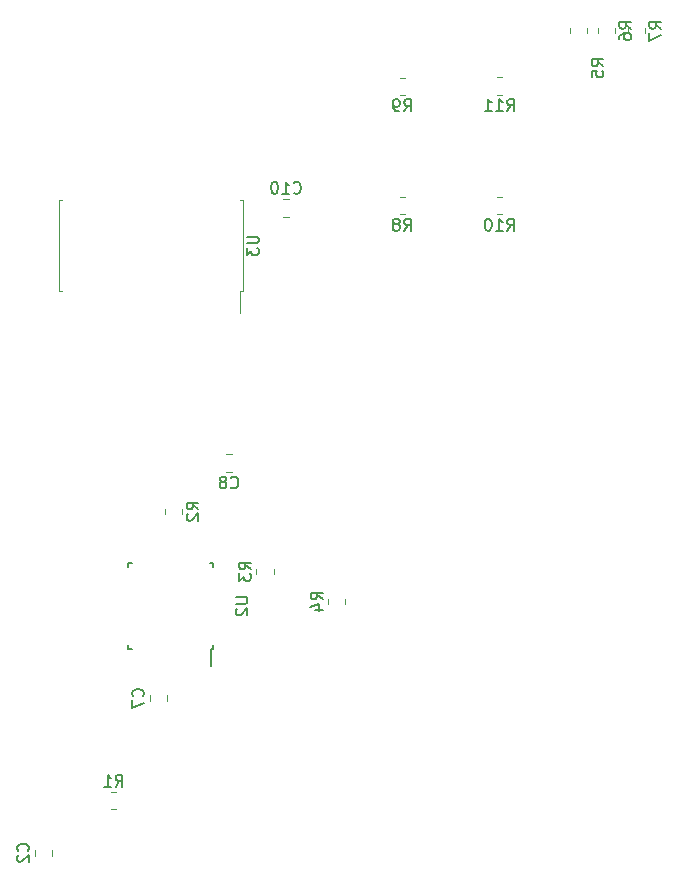
<source format=gbr>
%TF.GenerationSoftware,KiCad,Pcbnew,(6.0.7)*%
%TF.CreationDate,2022-08-22T18:42:59+08:00*%
%TF.ProjectId,TurnsCounter,5475726e-7343-46f7-956e-7465722e6b69,rev?*%
%TF.SameCoordinates,PX8d707f0PY7735940*%
%TF.FileFunction,Legend,Bot*%
%TF.FilePolarity,Positive*%
%FSLAX46Y46*%
G04 Gerber Fmt 4.6, Leading zero omitted, Abs format (unit mm)*
G04 Created by KiCad (PCBNEW (6.0.7)) date 2022-08-22 18:42:59*
%MOMM*%
%LPD*%
G01*
G04 APERTURE LIST*
%ADD10C,0.150000*%
%ADD11C,0.120000*%
G04 APERTURE END LIST*
D10*
%TO.C,R5*%
X61157380Y69166667D02*
X60681190Y69500000D01*
X61157380Y69738096D02*
X60157380Y69738096D01*
X60157380Y69357143D01*
X60205000Y69261905D01*
X60252619Y69214286D01*
X60347857Y69166667D01*
X60490714Y69166667D01*
X60585952Y69214286D01*
X60633571Y69261905D01*
X60681190Y69357143D01*
X60681190Y69738096D01*
X60157380Y68261905D02*
X60157380Y68738096D01*
X60633571Y68785715D01*
X60585952Y68738096D01*
X60538333Y68642858D01*
X60538333Y68404762D01*
X60585952Y68309524D01*
X60633571Y68261905D01*
X60728809Y68214286D01*
X60966904Y68214286D01*
X61062142Y68261905D01*
X61109761Y68309524D01*
X61157380Y68404762D01*
X61157380Y68642858D01*
X61109761Y68738096D01*
X61062142Y68785715D01*
%TO.C,R3*%
X31314380Y26566667D02*
X30838190Y26900000D01*
X31314380Y27138096D02*
X30314380Y27138096D01*
X30314380Y26757143D01*
X30362000Y26661905D01*
X30409619Y26614286D01*
X30504857Y26566667D01*
X30647714Y26566667D01*
X30742952Y26614286D01*
X30790571Y26661905D01*
X30838190Y26757143D01*
X30838190Y27138096D01*
X30314380Y26233334D02*
X30314380Y25614286D01*
X30695333Y25947620D01*
X30695333Y25804762D01*
X30742952Y25709524D01*
X30790571Y25661905D01*
X30885809Y25614286D01*
X31123904Y25614286D01*
X31219142Y25661905D01*
X31266761Y25709524D01*
X31314380Y25804762D01*
X31314380Y26090477D01*
X31266761Y26185715D01*
X31219142Y26233334D01*
%TO.C,R9*%
X44291666Y65357620D02*
X44625000Y65833810D01*
X44863095Y65357620D02*
X44863095Y66357620D01*
X44482142Y66357620D01*
X44386904Y66310000D01*
X44339285Y66262381D01*
X44291666Y66167143D01*
X44291666Y66024286D01*
X44339285Y65929048D01*
X44386904Y65881429D01*
X44482142Y65833810D01*
X44863095Y65833810D01*
X43815476Y65357620D02*
X43625000Y65357620D01*
X43529761Y65405239D01*
X43482142Y65452858D01*
X43386904Y65595715D01*
X43339285Y65786191D01*
X43339285Y66167143D01*
X43386904Y66262381D01*
X43434523Y66310000D01*
X43529761Y66357620D01*
X43720238Y66357620D01*
X43815476Y66310000D01*
X43863095Y66262381D01*
X43910714Y66167143D01*
X43910714Y65929048D01*
X43863095Y65833810D01*
X43815476Y65786191D01*
X43720238Y65738572D01*
X43529761Y65738572D01*
X43434523Y65786191D01*
X43386904Y65833810D01*
X43339285Y65929048D01*
%TO.C,R7*%
X66054380Y72341667D02*
X65578190Y72675000D01*
X66054380Y72913096D02*
X65054380Y72913096D01*
X65054380Y72532143D01*
X65102000Y72436905D01*
X65149619Y72389286D01*
X65244857Y72341667D01*
X65387714Y72341667D01*
X65482952Y72389286D01*
X65530571Y72436905D01*
X65578190Y72532143D01*
X65578190Y72913096D01*
X65054380Y72008334D02*
X65054380Y71341667D01*
X66054380Y71770239D01*
%TO.C,R10*%
X53022857Y55247620D02*
X53356190Y55723810D01*
X53594285Y55247620D02*
X53594285Y56247620D01*
X53213333Y56247620D01*
X53118095Y56200000D01*
X53070476Y56152381D01*
X53022857Y56057143D01*
X53022857Y55914286D01*
X53070476Y55819048D01*
X53118095Y55771429D01*
X53213333Y55723810D01*
X53594285Y55723810D01*
X52070476Y55247620D02*
X52641904Y55247620D01*
X52356190Y55247620D02*
X52356190Y56247620D01*
X52451428Y56104762D01*
X52546666Y56009524D01*
X52641904Y55961905D01*
X51451428Y56247620D02*
X51356190Y56247620D01*
X51260952Y56200000D01*
X51213333Y56152381D01*
X51165714Y56057143D01*
X51118095Y55866667D01*
X51118095Y55628572D01*
X51165714Y55438096D01*
X51213333Y55342858D01*
X51260952Y55295239D01*
X51356190Y55247620D01*
X51451428Y55247620D01*
X51546666Y55295239D01*
X51594285Y55342858D01*
X51641904Y55438096D01*
X51689523Y55628572D01*
X51689523Y55866667D01*
X51641904Y56057143D01*
X51594285Y56152381D01*
X51546666Y56200000D01*
X51451428Y56247620D01*
%TO.C,R4*%
X37384380Y24026667D02*
X36908190Y24360000D01*
X37384380Y24598096D02*
X36384380Y24598096D01*
X36384380Y24217143D01*
X36432000Y24121905D01*
X36479619Y24074286D01*
X36574857Y24026667D01*
X36717714Y24026667D01*
X36812952Y24074286D01*
X36860571Y24121905D01*
X36908190Y24217143D01*
X36908190Y24598096D01*
X36717714Y23169524D02*
X37384380Y23169524D01*
X36336761Y23407620D02*
X37051047Y23645715D01*
X37051047Y23026667D01*
%TO.C,R6*%
X63514380Y72341667D02*
X63038190Y72675000D01*
X63514380Y72913096D02*
X62514380Y72913096D01*
X62514380Y72532143D01*
X62562000Y72436905D01*
X62609619Y72389286D01*
X62704857Y72341667D01*
X62847714Y72341667D01*
X62942952Y72389286D01*
X62990571Y72436905D01*
X63038190Y72532143D01*
X63038190Y72913096D01*
X62514380Y71484524D02*
X62514380Y71675000D01*
X62562000Y71770239D01*
X62609619Y71817858D01*
X62752476Y71913096D01*
X62942952Y71960715D01*
X63323904Y71960715D01*
X63419142Y71913096D01*
X63466761Y71865477D01*
X63514380Y71770239D01*
X63514380Y71579762D01*
X63466761Y71484524D01*
X63419142Y71436905D01*
X63323904Y71389286D01*
X63085809Y71389286D01*
X62990571Y71436905D01*
X62942952Y71484524D01*
X62895333Y71579762D01*
X62895333Y71770239D01*
X62942952Y71865477D01*
X62990571Y71913096D01*
X63085809Y71960715D01*
%TO.C,U2*%
X30014880Y24237017D02*
X30824404Y24237017D01*
X30919642Y24189398D01*
X30967261Y24141779D01*
X31014880Y24046541D01*
X31014880Y23856065D01*
X30967261Y23760827D01*
X30919642Y23713208D01*
X30824404Y23665589D01*
X30014880Y23665589D01*
X30110119Y23237017D02*
X30062500Y23189398D01*
X30014880Y23094160D01*
X30014880Y22856065D01*
X30062500Y22760827D01*
X30110119Y22713208D01*
X30205357Y22665589D01*
X30300595Y22665589D01*
X30443452Y22713208D01*
X31014880Y23284636D01*
X31014880Y22665589D01*
%TO.C,R1*%
X19851666Y8182620D02*
X20185000Y8658810D01*
X20423095Y8182620D02*
X20423095Y9182620D01*
X20042142Y9182620D01*
X19946904Y9135000D01*
X19899285Y9087381D01*
X19851666Y8992143D01*
X19851666Y8849286D01*
X19899285Y8754048D01*
X19946904Y8706429D01*
X20042142Y8658810D01*
X20423095Y8658810D01*
X18899285Y8182620D02*
X19470714Y8182620D01*
X19185000Y8182620D02*
X19185000Y9182620D01*
X19280238Y9039762D01*
X19375476Y8944524D01*
X19470714Y8896905D01*
%TO.C,C7*%
X22172142Y15809167D02*
X22219761Y15856786D01*
X22267380Y15999643D01*
X22267380Y16094881D01*
X22219761Y16237739D01*
X22124523Y16332977D01*
X22029285Y16380596D01*
X21838809Y16428215D01*
X21695952Y16428215D01*
X21505476Y16380596D01*
X21410238Y16332977D01*
X21315000Y16237739D01*
X21267380Y16094881D01*
X21267380Y15999643D01*
X21315000Y15856786D01*
X21362619Y15809167D01*
X21267380Y15475834D02*
X21267380Y14809167D01*
X22267380Y15237739D01*
%TO.C,U3*%
X30962380Y54736905D02*
X31771904Y54736905D01*
X31867142Y54689286D01*
X31914761Y54641667D01*
X31962380Y54546429D01*
X31962380Y54355953D01*
X31914761Y54260715D01*
X31867142Y54213096D01*
X31771904Y54165477D01*
X30962380Y54165477D01*
X30962380Y53784524D02*
X30962380Y53165477D01*
X31343333Y53498810D01*
X31343333Y53355953D01*
X31390952Y53260715D01*
X31438571Y53213096D01*
X31533809Y53165477D01*
X31771904Y53165477D01*
X31867142Y53213096D01*
X31914761Y53260715D01*
X31962380Y53355953D01*
X31962380Y53641667D01*
X31914761Y53736905D01*
X31867142Y53784524D01*
%TO.C,R11*%
X53022857Y65386620D02*
X53356190Y65862810D01*
X53594285Y65386620D02*
X53594285Y66386620D01*
X53213333Y66386620D01*
X53118095Y66339000D01*
X53070476Y66291381D01*
X53022857Y66196143D01*
X53022857Y66053286D01*
X53070476Y65958048D01*
X53118095Y65910429D01*
X53213333Y65862810D01*
X53594285Y65862810D01*
X52070476Y65386620D02*
X52641904Y65386620D01*
X52356190Y65386620D02*
X52356190Y66386620D01*
X52451428Y66243762D01*
X52546666Y66148524D01*
X52641904Y66100905D01*
X51118095Y65386620D02*
X51689523Y65386620D01*
X51403809Y65386620D02*
X51403809Y66386620D01*
X51499047Y66243762D01*
X51594285Y66148524D01*
X51689523Y66100905D01*
%TO.C,R8*%
X44291666Y55247620D02*
X44625000Y55723810D01*
X44863095Y55247620D02*
X44863095Y56247620D01*
X44482142Y56247620D01*
X44386904Y56200000D01*
X44339285Y56152381D01*
X44291666Y56057143D01*
X44291666Y55914286D01*
X44339285Y55819048D01*
X44386904Y55771429D01*
X44482142Y55723810D01*
X44863095Y55723810D01*
X43720238Y55819048D02*
X43815476Y55866667D01*
X43863095Y55914286D01*
X43910714Y56009524D01*
X43910714Y56057143D01*
X43863095Y56152381D01*
X43815476Y56200000D01*
X43720238Y56247620D01*
X43529761Y56247620D01*
X43434523Y56200000D01*
X43386904Y56152381D01*
X43339285Y56057143D01*
X43339285Y56009524D01*
X43386904Y55914286D01*
X43434523Y55866667D01*
X43529761Y55819048D01*
X43720238Y55819048D01*
X43815476Y55771429D01*
X43863095Y55723810D01*
X43910714Y55628572D01*
X43910714Y55438096D01*
X43863095Y55342858D01*
X43815476Y55295239D01*
X43720238Y55247620D01*
X43529761Y55247620D01*
X43434523Y55295239D01*
X43386904Y55342858D01*
X43339285Y55438096D01*
X43339285Y55628572D01*
X43386904Y55723810D01*
X43434523Y55771429D01*
X43529761Y55819048D01*
%TO.C,R2*%
X26867380Y31646667D02*
X26391190Y31980000D01*
X26867380Y32218096D02*
X25867380Y32218096D01*
X25867380Y31837143D01*
X25915000Y31741905D01*
X25962619Y31694286D01*
X26057857Y31646667D01*
X26200714Y31646667D01*
X26295952Y31694286D01*
X26343571Y31741905D01*
X26391190Y31837143D01*
X26391190Y32218096D01*
X25962619Y31265715D02*
X25915000Y31218096D01*
X25867380Y31122858D01*
X25867380Y30884762D01*
X25915000Y30789524D01*
X25962619Y30741905D01*
X26057857Y30694286D01*
X26153095Y30694286D01*
X26295952Y30741905D01*
X26867380Y31313334D01*
X26867380Y30694286D01*
%TO.C,C2*%
X12419142Y2738667D02*
X12466761Y2786286D01*
X12514380Y2929143D01*
X12514380Y3024381D01*
X12466761Y3167239D01*
X12371523Y3262477D01*
X12276285Y3310096D01*
X12085809Y3357715D01*
X11942952Y3357715D01*
X11752476Y3310096D01*
X11657238Y3262477D01*
X11562000Y3167239D01*
X11514380Y3024381D01*
X11514380Y2929143D01*
X11562000Y2786286D01*
X11609619Y2738667D01*
X11609619Y2357715D02*
X11562000Y2310096D01*
X11514380Y2214858D01*
X11514380Y1976762D01*
X11562000Y1881524D01*
X11609619Y1833905D01*
X11704857Y1786286D01*
X11800095Y1786286D01*
X11942952Y1833905D01*
X12514380Y2405334D01*
X12514380Y1786286D01*
%TO.C,C8*%
X29609166Y33522858D02*
X29656785Y33475239D01*
X29799642Y33427620D01*
X29894880Y33427620D01*
X30037738Y33475239D01*
X30132976Y33570477D01*
X30180595Y33665715D01*
X30228214Y33856191D01*
X30228214Y33999048D01*
X30180595Y34189524D01*
X30132976Y34284762D01*
X30037738Y34380000D01*
X29894880Y34427620D01*
X29799642Y34427620D01*
X29656785Y34380000D01*
X29609166Y34332381D01*
X29037738Y33999048D02*
X29132976Y34046667D01*
X29180595Y34094286D01*
X29228214Y34189524D01*
X29228214Y34237143D01*
X29180595Y34332381D01*
X29132976Y34380000D01*
X29037738Y34427620D01*
X28847261Y34427620D01*
X28752023Y34380000D01*
X28704404Y34332381D01*
X28656785Y34237143D01*
X28656785Y34189524D01*
X28704404Y34094286D01*
X28752023Y34046667D01*
X28847261Y33999048D01*
X29037738Y33999048D01*
X29132976Y33951429D01*
X29180595Y33903810D01*
X29228214Y33808572D01*
X29228214Y33618096D01*
X29180595Y33522858D01*
X29132976Y33475239D01*
X29037738Y33427620D01*
X28847261Y33427620D01*
X28752023Y33475239D01*
X28704404Y33522858D01*
X28656785Y33618096D01*
X28656785Y33808572D01*
X28704404Y33903810D01*
X28752023Y33951429D01*
X28847261Y33999048D01*
%TO.C,C10*%
X34932857Y58472858D02*
X34980476Y58425239D01*
X35123333Y58377620D01*
X35218571Y58377620D01*
X35361428Y58425239D01*
X35456666Y58520477D01*
X35504285Y58615715D01*
X35551904Y58806191D01*
X35551904Y58949048D01*
X35504285Y59139524D01*
X35456666Y59234762D01*
X35361428Y59330000D01*
X35218571Y59377620D01*
X35123333Y59377620D01*
X34980476Y59330000D01*
X34932857Y59282381D01*
X33980476Y58377620D02*
X34551904Y58377620D01*
X34266190Y58377620D02*
X34266190Y59377620D01*
X34361428Y59234762D01*
X34456666Y59139524D01*
X34551904Y59091905D01*
X33361428Y59377620D02*
X33266190Y59377620D01*
X33170952Y59330000D01*
X33123333Y59282381D01*
X33075714Y59187143D01*
X33028095Y58996667D01*
X33028095Y58758572D01*
X33075714Y58568096D01*
X33123333Y58472858D01*
X33170952Y58425239D01*
X33266190Y58377620D01*
X33361428Y58377620D01*
X33456666Y58425239D01*
X33504285Y58472858D01*
X33551904Y58568096D01*
X33599523Y58758572D01*
X33599523Y58996667D01*
X33551904Y59187143D01*
X33504285Y59282381D01*
X33456666Y59330000D01*
X33361428Y59377620D01*
D11*
%TO.C,R5*%
X58320000Y71947936D02*
X58320000Y72402064D01*
X59790000Y71947936D02*
X59790000Y72402064D01*
%TO.C,R3*%
X33247000Y26627064D02*
X33247000Y26172936D01*
X31777000Y26627064D02*
X31777000Y26172936D01*
%TO.C,R9*%
X43897936Y66725000D02*
X44352064Y66725000D01*
X43897936Y68195000D02*
X44352064Y68195000D01*
%TO.C,R7*%
X64687000Y71947936D02*
X64687000Y72402064D01*
X63217000Y71947936D02*
X63217000Y72402064D01*
%TO.C,R10*%
X52152936Y56615000D02*
X52607064Y56615000D01*
X52152936Y58085000D02*
X52607064Y58085000D01*
%TO.C,R4*%
X37847000Y24087064D02*
X37847000Y23632936D01*
X39317000Y24087064D02*
X39317000Y23632936D01*
%TO.C,R6*%
X62147000Y71947936D02*
X62147000Y72402064D01*
X60677000Y71947936D02*
X60677000Y72402064D01*
D10*
%TO.C,U2*%
X20887500Y19850112D02*
X20887500Y20175112D01*
X20887500Y19850112D02*
X21212500Y19850112D01*
X28137500Y19850112D02*
X27912500Y19850112D01*
X20887500Y27100112D02*
X21212500Y27100112D01*
X27912500Y19850112D02*
X27912500Y18425112D01*
X20887500Y27100112D02*
X20887500Y26775112D01*
X28137500Y27100112D02*
X27812500Y27100112D01*
X28137500Y19850112D02*
X28137500Y20175112D01*
X28137500Y27100112D02*
X28137500Y26775112D01*
D11*
%TO.C,R1*%
X19912064Y7720000D02*
X19457936Y7720000D01*
X19912064Y6250000D02*
X19457936Y6250000D01*
%TO.C,C7*%
X22760000Y15903752D02*
X22760000Y15381248D01*
X24230000Y15903752D02*
X24230000Y15381248D01*
%TO.C,U3*%
X30405000Y50115000D02*
X30405000Y48300000D01*
X30670000Y57835000D02*
X30405000Y57835000D01*
X15050000Y50115000D02*
X15315000Y50115000D01*
X15050000Y57835000D02*
X15315000Y57835000D01*
X30670000Y53975000D02*
X30670000Y50115000D01*
X15050000Y53975000D02*
X15050000Y57835000D01*
X15050000Y53975000D02*
X15050000Y50115000D01*
X30670000Y50115000D02*
X30405000Y50115000D01*
X30670000Y53975000D02*
X30670000Y57835000D01*
%TO.C,R11*%
X52152936Y66754000D02*
X52607064Y66754000D01*
X52152936Y68224000D02*
X52607064Y68224000D01*
%TO.C,R8*%
X43897936Y58085000D02*
X44352064Y58085000D01*
X43897936Y56615000D02*
X44352064Y56615000D01*
%TO.C,R2*%
X25500000Y31252936D02*
X25500000Y31707064D01*
X24030000Y31252936D02*
X24030000Y31707064D01*
%TO.C,C2*%
X13007000Y2833252D02*
X13007000Y2310748D01*
X14477000Y2833252D02*
X14477000Y2310748D01*
%TO.C,C8*%
X29181248Y36295000D02*
X29703752Y36295000D01*
X29181248Y34825000D02*
X29703752Y34825000D01*
%TO.C,C10*%
X34551252Y56415000D02*
X34028748Y56415000D01*
X34551252Y57885000D02*
X34028748Y57885000D01*
%TD*%
M02*

</source>
